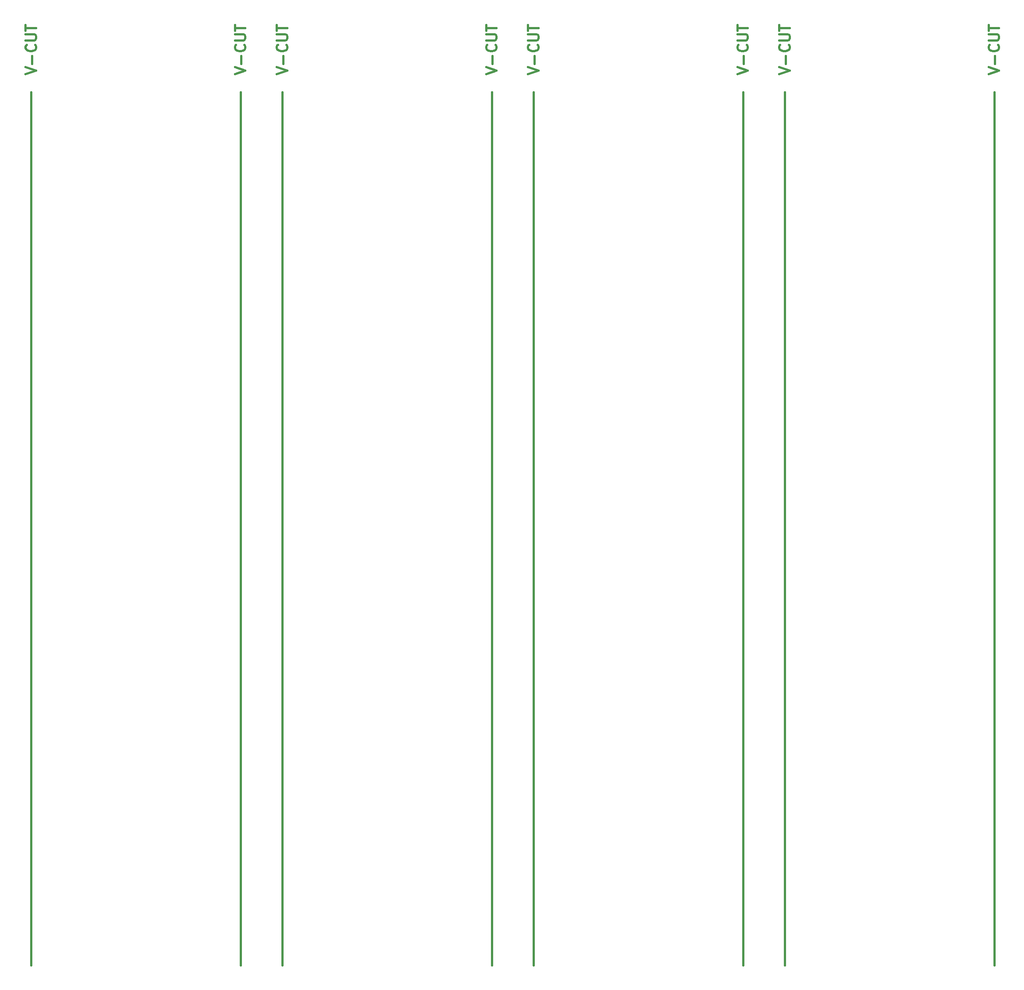
<source format=gbr>
%TF.GenerationSoftware,KiCad,Pcbnew,7.0.6+dfsg-1*%
%TF.CreationDate,2023-08-23T14:28:08+02:00*%
%TF.ProjectId,GPDI_ULX3S_panel,47504449-5f55-44c5-9833-535f70616e65,1.6*%
%TF.SameCoordinates,Original*%
%TF.FileFunction,Other,Comment*%
%FSLAX46Y46*%
G04 Gerber Fmt 4.6, Leading zero omitted, Abs format (unit mm)*
G04 Created by KiCad (PCBNEW 7.0.6+dfsg-1) date 2023-08-23 14:28:08*
%MOMM*%
%LPD*%
G01*
G04 APERTURE LIST*
%ADD10C,0.400000*%
G04 APERTURE END LIST*
D10*
X144497696Y-37000000D02*
X144497696Y-204000000D01*
X96497696Y-37000000D02*
X96497696Y-204000000D01*
X104497696Y-37000000D02*
X104497696Y-204000000D01*
X192497696Y-37000000D02*
X192497696Y-204000000D01*
X56497696Y-37000000D02*
X56497696Y-204000000D01*
X240497696Y-37000000D02*
X240497696Y-204000000D01*
X152497696Y-37000000D02*
X152497696Y-204000000D01*
X200497696Y-37000000D02*
X200497696Y-204000000D01*
X103402134Y-33546366D02*
X105402134Y-32879700D01*
X105402134Y-32879700D02*
X103402134Y-32213033D01*
X104640229Y-31546366D02*
X104640229Y-30022557D01*
X105211657Y-27927319D02*
X105306896Y-28022557D01*
X105306896Y-28022557D02*
X105402134Y-28308271D01*
X105402134Y-28308271D02*
X105402134Y-28498747D01*
X105402134Y-28498747D02*
X105306896Y-28784462D01*
X105306896Y-28784462D02*
X105116419Y-28974938D01*
X105116419Y-28974938D02*
X104925943Y-29070176D01*
X104925943Y-29070176D02*
X104544991Y-29165414D01*
X104544991Y-29165414D02*
X104259276Y-29165414D01*
X104259276Y-29165414D02*
X103878324Y-29070176D01*
X103878324Y-29070176D02*
X103687848Y-28974938D01*
X103687848Y-28974938D02*
X103497372Y-28784462D01*
X103497372Y-28784462D02*
X103402134Y-28498747D01*
X103402134Y-28498747D02*
X103402134Y-28308271D01*
X103402134Y-28308271D02*
X103497372Y-28022557D01*
X103497372Y-28022557D02*
X103592610Y-27927319D01*
X103402134Y-27070176D02*
X105021181Y-27070176D01*
X105021181Y-27070176D02*
X105211657Y-26974938D01*
X105211657Y-26974938D02*
X105306896Y-26879700D01*
X105306896Y-26879700D02*
X105402134Y-26689224D01*
X105402134Y-26689224D02*
X105402134Y-26308271D01*
X105402134Y-26308271D02*
X105306896Y-26117795D01*
X105306896Y-26117795D02*
X105211657Y-26022557D01*
X105211657Y-26022557D02*
X105021181Y-25927319D01*
X105021181Y-25927319D02*
X103402134Y-25927319D01*
X103402134Y-25260652D02*
X103402134Y-24117795D01*
X105402134Y-24689224D02*
X103402134Y-24689224D01*
X239402134Y-33546366D02*
X241402134Y-32879700D01*
X241402134Y-32879700D02*
X239402134Y-32213033D01*
X240640229Y-31546366D02*
X240640229Y-30022557D01*
X241211657Y-27927319D02*
X241306896Y-28022557D01*
X241306896Y-28022557D02*
X241402134Y-28308271D01*
X241402134Y-28308271D02*
X241402134Y-28498747D01*
X241402134Y-28498747D02*
X241306896Y-28784462D01*
X241306896Y-28784462D02*
X241116419Y-28974938D01*
X241116419Y-28974938D02*
X240925943Y-29070176D01*
X240925943Y-29070176D02*
X240544991Y-29165414D01*
X240544991Y-29165414D02*
X240259276Y-29165414D01*
X240259276Y-29165414D02*
X239878324Y-29070176D01*
X239878324Y-29070176D02*
X239687848Y-28974938D01*
X239687848Y-28974938D02*
X239497372Y-28784462D01*
X239497372Y-28784462D02*
X239402134Y-28498747D01*
X239402134Y-28498747D02*
X239402134Y-28308271D01*
X239402134Y-28308271D02*
X239497372Y-28022557D01*
X239497372Y-28022557D02*
X239592610Y-27927319D01*
X239402134Y-27070176D02*
X241021181Y-27070176D01*
X241021181Y-27070176D02*
X241211657Y-26974938D01*
X241211657Y-26974938D02*
X241306896Y-26879700D01*
X241306896Y-26879700D02*
X241402134Y-26689224D01*
X241402134Y-26689224D02*
X241402134Y-26308271D01*
X241402134Y-26308271D02*
X241306896Y-26117795D01*
X241306896Y-26117795D02*
X241211657Y-26022557D01*
X241211657Y-26022557D02*
X241021181Y-25927319D01*
X241021181Y-25927319D02*
X239402134Y-25927319D01*
X239402134Y-25260652D02*
X239402134Y-24117795D01*
X241402134Y-24689224D02*
X239402134Y-24689224D01*
X55402134Y-33546366D02*
X57402134Y-32879700D01*
X57402134Y-32879700D02*
X55402134Y-32213033D01*
X56640229Y-31546366D02*
X56640229Y-30022557D01*
X57211657Y-27927319D02*
X57306896Y-28022557D01*
X57306896Y-28022557D02*
X57402134Y-28308271D01*
X57402134Y-28308271D02*
X57402134Y-28498747D01*
X57402134Y-28498747D02*
X57306896Y-28784462D01*
X57306896Y-28784462D02*
X57116419Y-28974938D01*
X57116419Y-28974938D02*
X56925943Y-29070176D01*
X56925943Y-29070176D02*
X56544991Y-29165414D01*
X56544991Y-29165414D02*
X56259276Y-29165414D01*
X56259276Y-29165414D02*
X55878324Y-29070176D01*
X55878324Y-29070176D02*
X55687848Y-28974938D01*
X55687848Y-28974938D02*
X55497372Y-28784462D01*
X55497372Y-28784462D02*
X55402134Y-28498747D01*
X55402134Y-28498747D02*
X55402134Y-28308271D01*
X55402134Y-28308271D02*
X55497372Y-28022557D01*
X55497372Y-28022557D02*
X55592610Y-27927319D01*
X55402134Y-27070176D02*
X57021181Y-27070176D01*
X57021181Y-27070176D02*
X57211657Y-26974938D01*
X57211657Y-26974938D02*
X57306896Y-26879700D01*
X57306896Y-26879700D02*
X57402134Y-26689224D01*
X57402134Y-26689224D02*
X57402134Y-26308271D01*
X57402134Y-26308271D02*
X57306896Y-26117795D01*
X57306896Y-26117795D02*
X57211657Y-26022557D01*
X57211657Y-26022557D02*
X57021181Y-25927319D01*
X57021181Y-25927319D02*
X55402134Y-25927319D01*
X55402134Y-25260652D02*
X55402134Y-24117795D01*
X57402134Y-24689224D02*
X55402134Y-24689224D01*
X95402134Y-33546366D02*
X97402134Y-32879700D01*
X97402134Y-32879700D02*
X95402134Y-32213033D01*
X96640229Y-31546366D02*
X96640229Y-30022557D01*
X97211657Y-27927319D02*
X97306896Y-28022557D01*
X97306896Y-28022557D02*
X97402134Y-28308271D01*
X97402134Y-28308271D02*
X97402134Y-28498747D01*
X97402134Y-28498747D02*
X97306896Y-28784462D01*
X97306896Y-28784462D02*
X97116419Y-28974938D01*
X97116419Y-28974938D02*
X96925943Y-29070176D01*
X96925943Y-29070176D02*
X96544991Y-29165414D01*
X96544991Y-29165414D02*
X96259276Y-29165414D01*
X96259276Y-29165414D02*
X95878324Y-29070176D01*
X95878324Y-29070176D02*
X95687848Y-28974938D01*
X95687848Y-28974938D02*
X95497372Y-28784462D01*
X95497372Y-28784462D02*
X95402134Y-28498747D01*
X95402134Y-28498747D02*
X95402134Y-28308271D01*
X95402134Y-28308271D02*
X95497372Y-28022557D01*
X95497372Y-28022557D02*
X95592610Y-27927319D01*
X95402134Y-27070176D02*
X97021181Y-27070176D01*
X97021181Y-27070176D02*
X97211657Y-26974938D01*
X97211657Y-26974938D02*
X97306896Y-26879700D01*
X97306896Y-26879700D02*
X97402134Y-26689224D01*
X97402134Y-26689224D02*
X97402134Y-26308271D01*
X97402134Y-26308271D02*
X97306896Y-26117795D01*
X97306896Y-26117795D02*
X97211657Y-26022557D01*
X97211657Y-26022557D02*
X97021181Y-25927319D01*
X97021181Y-25927319D02*
X95402134Y-25927319D01*
X95402134Y-25260652D02*
X95402134Y-24117795D01*
X97402134Y-24689224D02*
X95402134Y-24689224D01*
X191402134Y-33546366D02*
X193402134Y-32879700D01*
X193402134Y-32879700D02*
X191402134Y-32213033D01*
X192640229Y-31546366D02*
X192640229Y-30022557D01*
X193211657Y-27927319D02*
X193306896Y-28022557D01*
X193306896Y-28022557D02*
X193402134Y-28308271D01*
X193402134Y-28308271D02*
X193402134Y-28498747D01*
X193402134Y-28498747D02*
X193306896Y-28784462D01*
X193306896Y-28784462D02*
X193116419Y-28974938D01*
X193116419Y-28974938D02*
X192925943Y-29070176D01*
X192925943Y-29070176D02*
X192544991Y-29165414D01*
X192544991Y-29165414D02*
X192259276Y-29165414D01*
X192259276Y-29165414D02*
X191878324Y-29070176D01*
X191878324Y-29070176D02*
X191687848Y-28974938D01*
X191687848Y-28974938D02*
X191497372Y-28784462D01*
X191497372Y-28784462D02*
X191402134Y-28498747D01*
X191402134Y-28498747D02*
X191402134Y-28308271D01*
X191402134Y-28308271D02*
X191497372Y-28022557D01*
X191497372Y-28022557D02*
X191592610Y-27927319D01*
X191402134Y-27070176D02*
X193021181Y-27070176D01*
X193021181Y-27070176D02*
X193211657Y-26974938D01*
X193211657Y-26974938D02*
X193306896Y-26879700D01*
X193306896Y-26879700D02*
X193402134Y-26689224D01*
X193402134Y-26689224D02*
X193402134Y-26308271D01*
X193402134Y-26308271D02*
X193306896Y-26117795D01*
X193306896Y-26117795D02*
X193211657Y-26022557D01*
X193211657Y-26022557D02*
X193021181Y-25927319D01*
X193021181Y-25927319D02*
X191402134Y-25927319D01*
X191402134Y-25260652D02*
X191402134Y-24117795D01*
X193402134Y-24689224D02*
X191402134Y-24689224D01*
X151402134Y-33546366D02*
X153402134Y-32879700D01*
X153402134Y-32879700D02*
X151402134Y-32213033D01*
X152640229Y-31546366D02*
X152640229Y-30022557D01*
X153211657Y-27927319D02*
X153306896Y-28022557D01*
X153306896Y-28022557D02*
X153402134Y-28308271D01*
X153402134Y-28308271D02*
X153402134Y-28498747D01*
X153402134Y-28498747D02*
X153306896Y-28784462D01*
X153306896Y-28784462D02*
X153116419Y-28974938D01*
X153116419Y-28974938D02*
X152925943Y-29070176D01*
X152925943Y-29070176D02*
X152544991Y-29165414D01*
X152544991Y-29165414D02*
X152259276Y-29165414D01*
X152259276Y-29165414D02*
X151878324Y-29070176D01*
X151878324Y-29070176D02*
X151687848Y-28974938D01*
X151687848Y-28974938D02*
X151497372Y-28784462D01*
X151497372Y-28784462D02*
X151402134Y-28498747D01*
X151402134Y-28498747D02*
X151402134Y-28308271D01*
X151402134Y-28308271D02*
X151497372Y-28022557D01*
X151497372Y-28022557D02*
X151592610Y-27927319D01*
X151402134Y-27070176D02*
X153021181Y-27070176D01*
X153021181Y-27070176D02*
X153211657Y-26974938D01*
X153211657Y-26974938D02*
X153306896Y-26879700D01*
X153306896Y-26879700D02*
X153402134Y-26689224D01*
X153402134Y-26689224D02*
X153402134Y-26308271D01*
X153402134Y-26308271D02*
X153306896Y-26117795D01*
X153306896Y-26117795D02*
X153211657Y-26022557D01*
X153211657Y-26022557D02*
X153021181Y-25927319D01*
X153021181Y-25927319D02*
X151402134Y-25927319D01*
X151402134Y-25260652D02*
X151402134Y-24117795D01*
X153402134Y-24689224D02*
X151402134Y-24689224D01*
X199402134Y-33546366D02*
X201402134Y-32879700D01*
X201402134Y-32879700D02*
X199402134Y-32213033D01*
X200640229Y-31546366D02*
X200640229Y-30022557D01*
X201211657Y-27927319D02*
X201306896Y-28022557D01*
X201306896Y-28022557D02*
X201402134Y-28308271D01*
X201402134Y-28308271D02*
X201402134Y-28498747D01*
X201402134Y-28498747D02*
X201306896Y-28784462D01*
X201306896Y-28784462D02*
X201116419Y-28974938D01*
X201116419Y-28974938D02*
X200925943Y-29070176D01*
X200925943Y-29070176D02*
X200544991Y-29165414D01*
X200544991Y-29165414D02*
X200259276Y-29165414D01*
X200259276Y-29165414D02*
X199878324Y-29070176D01*
X199878324Y-29070176D02*
X199687848Y-28974938D01*
X199687848Y-28974938D02*
X199497372Y-28784462D01*
X199497372Y-28784462D02*
X199402134Y-28498747D01*
X199402134Y-28498747D02*
X199402134Y-28308271D01*
X199402134Y-28308271D02*
X199497372Y-28022557D01*
X199497372Y-28022557D02*
X199592610Y-27927319D01*
X199402134Y-27070176D02*
X201021181Y-27070176D01*
X201021181Y-27070176D02*
X201211657Y-26974938D01*
X201211657Y-26974938D02*
X201306896Y-26879700D01*
X201306896Y-26879700D02*
X201402134Y-26689224D01*
X201402134Y-26689224D02*
X201402134Y-26308271D01*
X201402134Y-26308271D02*
X201306896Y-26117795D01*
X201306896Y-26117795D02*
X201211657Y-26022557D01*
X201211657Y-26022557D02*
X201021181Y-25927319D01*
X201021181Y-25927319D02*
X199402134Y-25927319D01*
X199402134Y-25260652D02*
X199402134Y-24117795D01*
X201402134Y-24689224D02*
X199402134Y-24689224D01*
X143402134Y-33546366D02*
X145402134Y-32879700D01*
X145402134Y-32879700D02*
X143402134Y-32213033D01*
X144640229Y-31546366D02*
X144640229Y-30022557D01*
X145211657Y-27927319D02*
X145306896Y-28022557D01*
X145306896Y-28022557D02*
X145402134Y-28308271D01*
X145402134Y-28308271D02*
X145402134Y-28498747D01*
X145402134Y-28498747D02*
X145306896Y-28784462D01*
X145306896Y-28784462D02*
X145116419Y-28974938D01*
X145116419Y-28974938D02*
X144925943Y-29070176D01*
X144925943Y-29070176D02*
X144544991Y-29165414D01*
X144544991Y-29165414D02*
X144259276Y-29165414D01*
X144259276Y-29165414D02*
X143878324Y-29070176D01*
X143878324Y-29070176D02*
X143687848Y-28974938D01*
X143687848Y-28974938D02*
X143497372Y-28784462D01*
X143497372Y-28784462D02*
X143402134Y-28498747D01*
X143402134Y-28498747D02*
X143402134Y-28308271D01*
X143402134Y-28308271D02*
X143497372Y-28022557D01*
X143497372Y-28022557D02*
X143592610Y-27927319D01*
X143402134Y-27070176D02*
X145021181Y-27070176D01*
X145021181Y-27070176D02*
X145211657Y-26974938D01*
X145211657Y-26974938D02*
X145306896Y-26879700D01*
X145306896Y-26879700D02*
X145402134Y-26689224D01*
X145402134Y-26689224D02*
X145402134Y-26308271D01*
X145402134Y-26308271D02*
X145306896Y-26117795D01*
X145306896Y-26117795D02*
X145211657Y-26022557D01*
X145211657Y-26022557D02*
X145021181Y-25927319D01*
X145021181Y-25927319D02*
X143402134Y-25927319D01*
X143402134Y-25260652D02*
X143402134Y-24117795D01*
X145402134Y-24689224D02*
X143402134Y-24689224D01*
M02*

</source>
